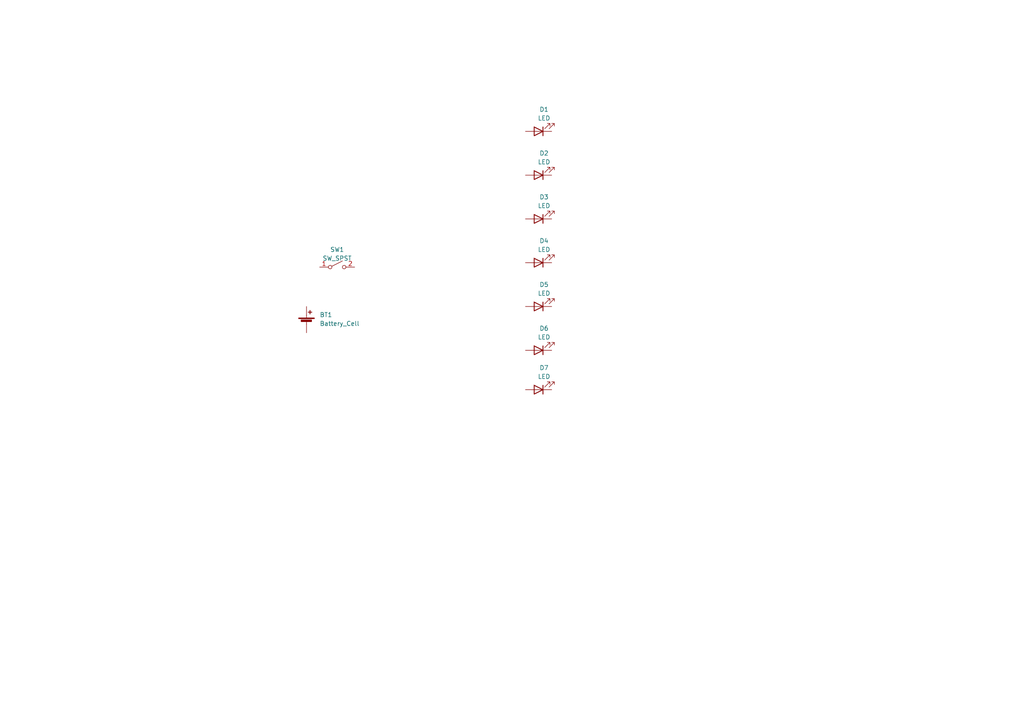
<source format=kicad_sch>
(kicad_sch (version 20230121) (generator eeschema)
  (paper "A4")
  (lib_symbols
    (symbol "Device:Battery_Cell" (pin_numbers hide) (pin_names (offset 0) hide)
      (property "Reference" "BT" (at 2.54 2.54 0))
      (property "Value" "Battery_Cell" (at 2.54 0 0))
      (symbol "Battery_Cell_0_1"
        (rectangle (start -2.286 1.778) (end 2.286 1.524) (fill (type outline)))
        (rectangle (start -1.5748 1.1938) (end 1.4732 0.6858) (fill (type outline)))
        (polyline (pts (xy 0 0.762) (xy 0 0)))
        (polyline (pts (xy 0 1.778) (xy 0 2.54)))
        (polyline (pts (xy 0.508 3.429) (xy 1.524 3.429)) (stroke (width 0.254)))
        (polyline (pts (xy 1.016 3.937) (xy 1.016 2.921)) (stroke (width 0.254)))
      )
      (symbol "Battery_Cell_1_1"
        (pin passive line (at 0 5.08 270) (length 2.54) (name "+") (number "1"))
        (pin passive line (at 0 -2.54 90) (length 2.54) (name "-") (number "2"))
      )
    )
    (symbol "Device:LED" (pin_numbers hide) (pin_names (offset 1.016) hide)
      (property "Reference" "D" (at 0 2.54 0))
      (property "Value" "LED" (at 0 -2.54 0))
      (symbol "LED_0_1"
        (polyline (pts (xy -1.27 -1.27) (xy -1.27 1.27)) (stroke (width 0.254)))
        (polyline (pts (xy -1.27 0) (xy 1.27 0)))
        (polyline (pts (xy 1.27 -1.27) (xy 1.27 1.27) (xy -1.27 0) (xy 1.27 -1.27)) (stroke (width 0.254)))
        (polyline (pts (xy -3.048 -0.762) (xy -4.572 -2.286) (xy -3.81 -2.286) (xy -4.572 -2.286) (xy -4.572 -1.524)))
        (polyline (pts (xy -1.778 -0.762) (xy -3.302 -2.286) (xy -2.54 -2.286) (xy -3.302 -2.286) (xy -3.302 -1.524)))
      )
      (symbol "LED_1_1"
        (pin passive line (at -3.81 0 0) (length 2.54) (name "K") (number "1"))
        (pin passive line (at 3.81 0 180) (length 2.54) (name "A") (number "2"))
      )
    )
    (symbol "Switch:SW_SPST" (pin_names (offset 0) hide)
      (property "Reference" "SW" (at 0 3.175 0))
      (property "Value" "SW_SPST" (at 0 -2.54 0))
      (symbol "SW_SPST_0_0"
        (circle (center -2.032 0) (radius 0.508))
        (polyline (pts (xy -1.524 0.254) (xy 1.524 1.778)))
        (circle (center 2.032 0) (radius 0.508))
      )
      (symbol "SW_SPST_1_1"
        (pin passive line (at -5.08 0 0) (length 2.54) (name "A") (number "1"))
        (pin passive line (at 5.08 0 180) (length 2.54) (name "B") (number "2"))
      )
    )
  )
  (symbol (lib_id "Switch:SW_SPST") (at 97.79 77.47 0) (unit 1)
    (property "Reference" "SW1" (at 97.79 72.39 0))
    (property "Value" "SW_SPST" (at 97.79 74.93 0))
  )
  (symbol (lib_id "Device:Battery_Cell") (at 88.9 93.98 0) (unit 1)
    (property "Reference" "BT1" (at 92.71 91.313 0) (effects (justify left)))
    (property "Value" "Battery_Cell" (at 92.71 93.853 0) (effects (justify left)))
  )
  (symbol (lib_id "Device:LED") (at 156.21 38.1 180) (unit 1)
    (property "Reference" "D1" (at 157.7975 31.75 0))
    (property "Value" "LED" (at 157.7975 34.29 0))
  )
  (symbol (lib_id "Device:LED") (at 156.21 76.2 180) (unit 1)
    (property "Reference" "D4" (at 157.7975 69.85 0))
    (property "Value" "LED" (at 157.7975 72.39 0))
  )
  (symbol (lib_id "Device:LED") (at 156.21 63.5 180) (unit 1)
    (property "Reference" "D3" (at 157.7975 57.15 0))
    (property "Value" "LED" (at 157.7975 59.69 0))
  )
  (symbol (lib_id "Device:LED") (at 156.21 101.6 180) (unit 1)
    (property "Reference" "D6" (at 157.7975 95.25 0))
    (property "Value" "LED" (at 157.7975 97.79 0))
  )
  (symbol (lib_id "Device:LED") (at 156.21 88.9 180) (unit 1)
    (property "Reference" "D5" (at 157.7975 82.55 0))
    (property "Value" "LED" (at 157.7975 85.09 0))
  )
  (symbol (lib_id "Device:LED") (at 156.21 50.8 180) (unit 1)
    (property "Reference" "D2" (at 157.7975 44.45 0))
    (property "Value" "LED" (at 157.7975 46.99 0))
  )
  (symbol (lib_id "Device:LED") (at 156.21 113.03 180) (unit 1)
    (property "Reference" "D7" (at 157.7975 106.68 0))
    (property "Value" "LED" (at 157.7975 109.22 0))
  )
)
</source>
